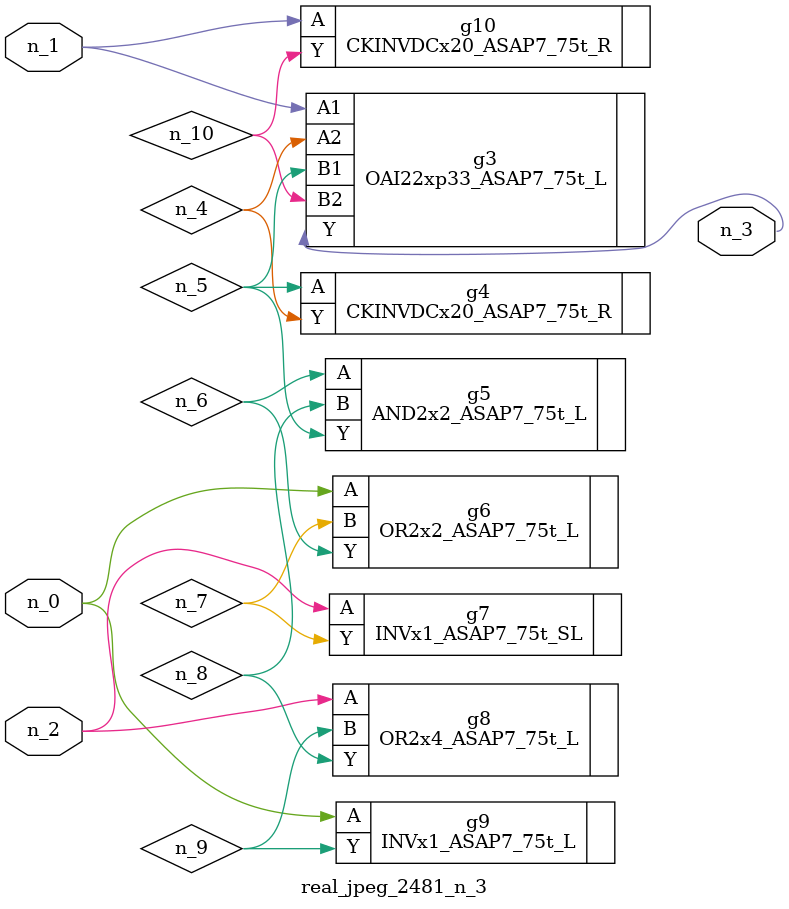
<source format=v>
module real_jpeg_2481_n_3 (n_1, n_0, n_2, n_3);

input n_1;
input n_0;
input n_2;

output n_3;

wire n_5;
wire n_4;
wire n_8;
wire n_6;
wire n_7;
wire n_10;
wire n_9;

OR2x2_ASAP7_75t_L g6 ( 
.A(n_0),
.B(n_7),
.Y(n_6)
);

INVx1_ASAP7_75t_L g9 ( 
.A(n_0),
.Y(n_9)
);

OAI22xp33_ASAP7_75t_L g3 ( 
.A1(n_1),
.A2(n_4),
.B1(n_5),
.B2(n_10),
.Y(n_3)
);

CKINVDCx20_ASAP7_75t_R g10 ( 
.A(n_1),
.Y(n_10)
);

INVx1_ASAP7_75t_SL g7 ( 
.A(n_2),
.Y(n_7)
);

OR2x4_ASAP7_75t_L g8 ( 
.A(n_2),
.B(n_9),
.Y(n_8)
);

CKINVDCx20_ASAP7_75t_R g4 ( 
.A(n_5),
.Y(n_4)
);

AND2x2_ASAP7_75t_L g5 ( 
.A(n_6),
.B(n_8),
.Y(n_5)
);


endmodule
</source>
